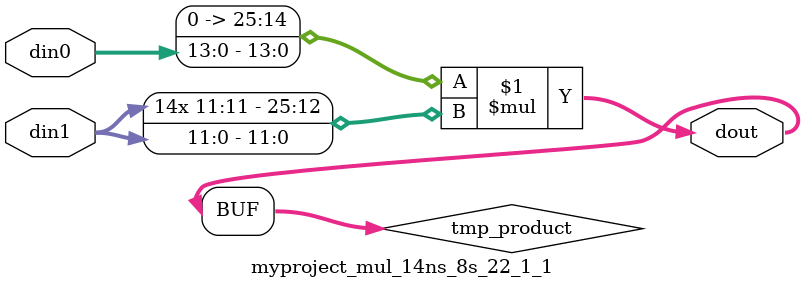
<source format=v>

`timescale 1 ns / 1 ps

 module myproject_mul_14ns_8s_22_1_1(din0, din1, dout);
parameter ID = 1;
parameter NUM_STAGE = 0;
parameter din0_WIDTH = 14;
parameter din1_WIDTH = 12;
parameter dout_WIDTH = 26;

input [din0_WIDTH - 1 : 0] din0; 
input [din1_WIDTH - 1 : 0] din1; 
output [dout_WIDTH - 1 : 0] dout;

wire signed [dout_WIDTH - 1 : 0] tmp_product;

























assign tmp_product = $signed({1'b0, din0}) * $signed(din1);










assign dout = tmp_product;





















endmodule

</source>
